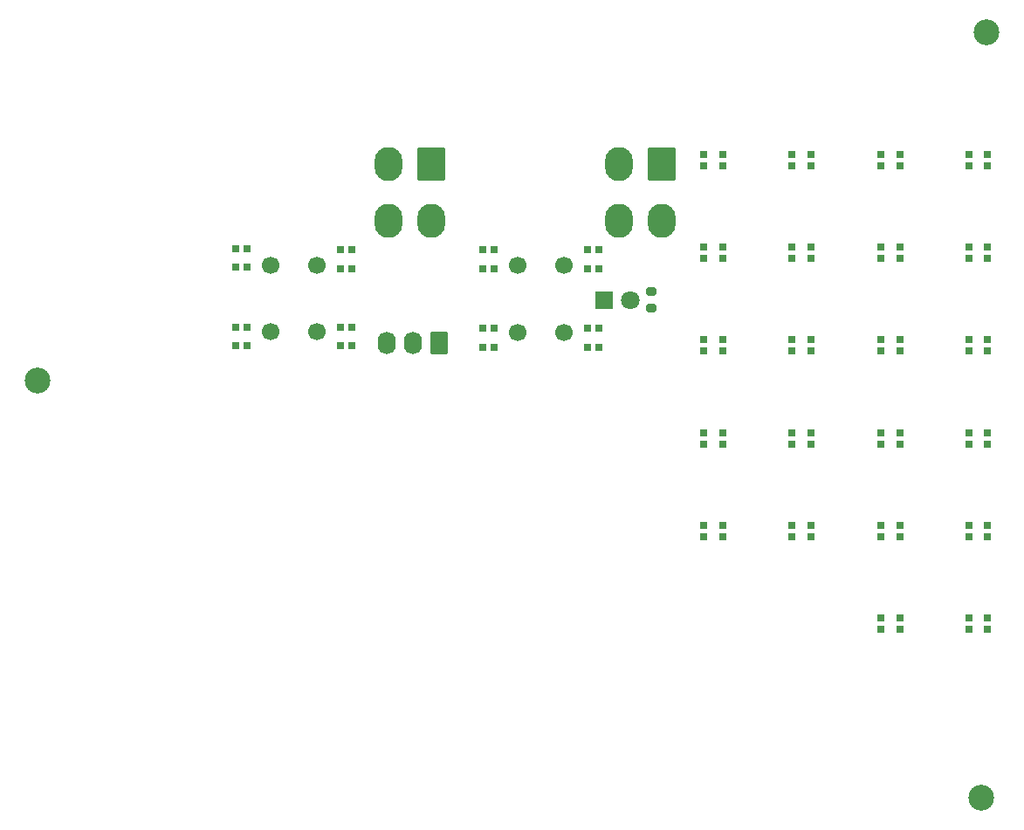
<source format=gbr>
%TF.GenerationSoftware,KiCad,Pcbnew,(6.0.9)*%
%TF.CreationDate,2023-01-27T19:17:15-09:00*%
%TF.ProjectId,EYEBROW WARNING INDICATOR_LEFT,45594542-524f-4572-9057-41524e494e47,rev?*%
%TF.SameCoordinates,Original*%
%TF.FileFunction,Soldermask,Top*%
%TF.FilePolarity,Negative*%
%FSLAX46Y46*%
G04 Gerber Fmt 4.6, Leading zero omitted, Abs format (unit mm)*
G04 Created by KiCad (PCBNEW (6.0.9)) date 2023-01-27 19:17:15*
%MOMM*%
%LPD*%
G01*
G04 APERTURE LIST*
G04 Aperture macros list*
%AMRoundRect*
0 Rectangle with rounded corners*
0 $1 Rounding radius*
0 $2 $3 $4 $5 $6 $7 $8 $9 X,Y pos of 4 corners*
0 Add a 4 corners polygon primitive as box body*
4,1,4,$2,$3,$4,$5,$6,$7,$8,$9,$2,$3,0*
0 Add four circle primitives for the rounded corners*
1,1,$1+$1,$2,$3*
1,1,$1+$1,$4,$5*
1,1,$1+$1,$6,$7*
1,1,$1+$1,$8,$9*
0 Add four rect primitives between the rounded corners*
20,1,$1+$1,$2,$3,$4,$5,0*
20,1,$1+$1,$4,$5,$6,$7,0*
20,1,$1+$1,$6,$7,$8,$9,0*
20,1,$1+$1,$8,$9,$2,$3,0*%
G04 Aperture macros list end*
%ADD10RoundRect,0.250000X0.620000X0.845000X-0.620000X0.845000X-0.620000X-0.845000X0.620000X-0.845000X0*%
%ADD11O,1.740000X2.190000*%
%ADD12C,1.700000*%
%ADD13RoundRect,0.250001X1.099999X1.399999X-1.099999X1.399999X-1.099999X-1.399999X1.099999X-1.399999X0*%
%ADD14O,2.700000X3.300000*%
%ADD15R,0.700000X0.700000*%
%ADD16RoundRect,0.200000X-0.275000X0.200000X-0.275000X-0.200000X0.275000X-0.200000X0.275000X0.200000X0*%
%ADD17C,2.500000*%
%ADD18C,1.800000*%
%ADD19R,1.800000X1.800000*%
G04 APERTURE END LIST*
D10*
%TO.C,J3*%
X142620999Y-91049097D03*
D11*
X140080999Y-91049097D03*
X137540999Y-91049097D03*
%TD*%
D12*
%TO.C,SW2*%
X154749499Y-83492597D03*
X154749499Y-89992597D03*
X150249499Y-83492597D03*
X150249499Y-89992597D03*
%TD*%
%TO.C,SW1*%
X130784599Y-83479897D03*
X130784599Y-89979897D03*
X126284599Y-83479897D03*
X126284599Y-89979897D03*
%TD*%
D13*
%TO.C,J2*%
X164210999Y-73650097D03*
D14*
X160010999Y-73650097D03*
X164210999Y-79150097D03*
X160010999Y-79150097D03*
%TD*%
D13*
%TO.C,J1*%
X141858999Y-73650097D03*
D14*
X137658999Y-73650097D03*
X141858999Y-79150097D03*
X137658999Y-79150097D03*
%TD*%
D15*
%TO.C,D31*%
X185444799Y-117718750D03*
X185444799Y-118818750D03*
X187274799Y-118818750D03*
X187274799Y-117718750D03*
%TD*%
%TO.C,D30*%
X193979199Y-117718750D03*
X193979199Y-118818750D03*
X195809199Y-118818750D03*
X195809199Y-117718750D03*
%TD*%
%TO.C,D29*%
X195809199Y-109827150D03*
X195809199Y-108727150D03*
X193979199Y-108727150D03*
X193979199Y-109827150D03*
%TD*%
%TO.C,D28*%
X187274799Y-109827150D03*
X187274799Y-108727150D03*
X185444799Y-108727150D03*
X185444799Y-109827150D03*
%TD*%
%TO.C,D27*%
X178664199Y-109827150D03*
X178664199Y-108727150D03*
X176834199Y-108727150D03*
X176834199Y-109827150D03*
%TD*%
%TO.C,D26*%
X170129799Y-109827150D03*
X170129799Y-108727150D03*
X168299799Y-108727150D03*
X168299799Y-109827150D03*
%TD*%
%TO.C,D25*%
X168299799Y-99735550D03*
X168299799Y-100835550D03*
X170129799Y-100835550D03*
X170129799Y-99735550D03*
%TD*%
%TO.C,D24*%
X176834199Y-99735550D03*
X176834199Y-100835550D03*
X178664199Y-100835550D03*
X178664199Y-99735550D03*
%TD*%
%TO.C,D23*%
X185444799Y-99735550D03*
X185444799Y-100835550D03*
X187274799Y-100835550D03*
X187274799Y-99735550D03*
%TD*%
%TO.C,D22*%
X193979199Y-99735550D03*
X193979199Y-100835550D03*
X195809199Y-100835550D03*
X195809199Y-99735550D03*
%TD*%
%TO.C,D21*%
X195809199Y-91843950D03*
X195809199Y-90743950D03*
X193979199Y-90743950D03*
X193979199Y-91843950D03*
%TD*%
%TO.C,D20*%
X187274799Y-91843950D03*
X187274799Y-90743950D03*
X185444799Y-90743950D03*
X185444799Y-91843950D03*
%TD*%
%TO.C,D19*%
X178664199Y-91843950D03*
X178664199Y-90743950D03*
X176834199Y-90743950D03*
X176834199Y-91843950D03*
%TD*%
%TO.C,D18*%
X170129799Y-91843950D03*
X170129799Y-90743950D03*
X168299799Y-90743950D03*
X168299799Y-91843950D03*
%TD*%
%TO.C,D16*%
X176834199Y-81752351D03*
X176834199Y-82852351D03*
X178664199Y-82852351D03*
X178664199Y-81752351D03*
%TD*%
%TO.C,D15*%
X185444799Y-81752351D03*
X185444799Y-82852351D03*
X187274799Y-82852351D03*
X187274799Y-81752351D03*
%TD*%
%TO.C,D14*%
X193979199Y-81752351D03*
X193979199Y-82852351D03*
X195809199Y-82852351D03*
X195809199Y-81752351D03*
%TD*%
%TO.C,D13*%
X195809199Y-73860751D03*
X195809199Y-72760751D03*
X193979199Y-72760751D03*
X193979199Y-73860751D03*
%TD*%
%TO.C,D12*%
X187274799Y-73860751D03*
X187274799Y-72760751D03*
X185444799Y-72760751D03*
X185444799Y-73860751D03*
%TD*%
%TO.C,D11*%
X178664199Y-73860750D03*
X178664199Y-72760750D03*
X176834199Y-72760750D03*
X176834199Y-73860750D03*
%TD*%
%TO.C,D10*%
X170129799Y-73860750D03*
X170129799Y-72760750D03*
X168299799Y-72760750D03*
X168299799Y-73860750D03*
%TD*%
%TO.C,D9*%
X158133249Y-82013149D03*
X157033249Y-82013149D03*
X157033249Y-83843149D03*
X158133249Y-83843149D03*
%TD*%
%TO.C,D8*%
X158133249Y-89633149D03*
X157033249Y-89633149D03*
X157033249Y-91463149D03*
X158133249Y-91463149D03*
%TD*%
%TO.C,D7*%
X146873249Y-91463149D03*
X147973249Y-91463149D03*
X147973249Y-89633149D03*
X146873249Y-89633149D03*
%TD*%
%TO.C,D6*%
X146873249Y-83843149D03*
X147973249Y-83843149D03*
X147973249Y-82013149D03*
X146873249Y-82013149D03*
%TD*%
%TO.C,D5*%
X134173249Y-82013149D03*
X133073249Y-82013149D03*
X133073249Y-83843149D03*
X134173249Y-83843149D03*
%TD*%
%TO.C,D4*%
X134173249Y-89503093D03*
X133073249Y-89503093D03*
X133073249Y-91333093D03*
X134173249Y-91333093D03*
%TD*%
%TO.C,D3*%
X122913249Y-91333093D03*
X124013249Y-91333093D03*
X124013249Y-89503093D03*
X122913249Y-89503093D03*
%TD*%
%TO.C,D2*%
X122913249Y-83713093D03*
X124013249Y-83713093D03*
X124013249Y-81883093D03*
X122913249Y-81883093D03*
%TD*%
%TO.C,D17*%
X168299799Y-81752351D03*
X168299799Y-82852351D03*
X170129799Y-82852351D03*
X170129799Y-81752351D03*
%TD*%
D16*
%TO.C,R1*%
X163194999Y-86033097D03*
X163194999Y-87683097D03*
%TD*%
D17*
%TO.C,H3*%
X195198999Y-135118097D03*
%TD*%
%TO.C,H2*%
X195706999Y-60928251D03*
%TD*%
%TO.C,H1*%
X103632000Y-94699611D03*
%TD*%
D18*
%TO.C,D1*%
X161162999Y-86858097D03*
D19*
X158622999Y-86858097D03*
%TD*%
M02*

</source>
